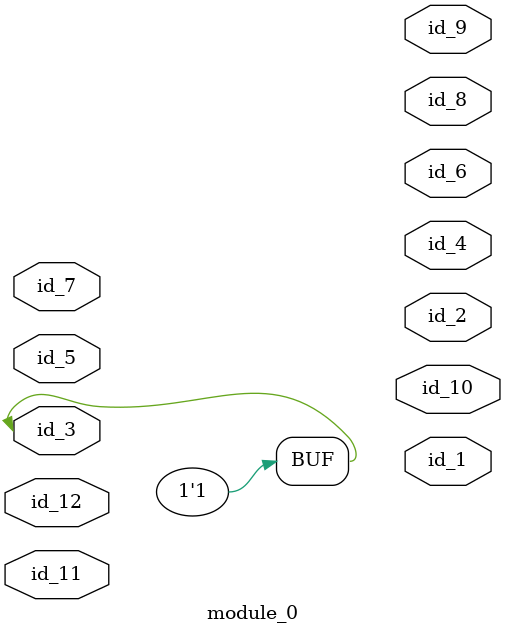
<source format=v>
module module_0 (
    id_1,
    id_2,
    id_3,
    id_4,
    id_5,
    id_6,
    id_7,
    id_8,
    id_9,
    id_10,
    id_11,
    id_12
);
  input id_12;
  inout id_11;
  output id_10;
  output id_9;
  output id_8;
  input id_7;
  output id_6;
  input id_5;
  output id_4;
  inout id_3;
  output id_2;
  output id_1;
  assign id_3[1'b0*1'b0] = 1;
  assign id_3 = id_3;
endmodule

</source>
